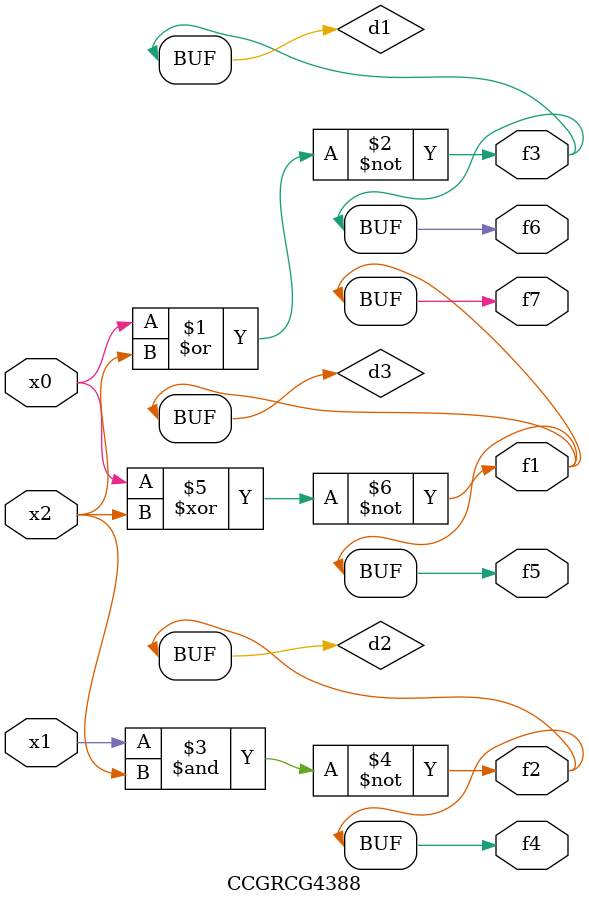
<source format=v>
module CCGRCG4388(
	input x0, x1, x2,
	output f1, f2, f3, f4, f5, f6, f7
);

	wire d1, d2, d3;

	nor (d1, x0, x2);
	nand (d2, x1, x2);
	xnor (d3, x0, x2);
	assign f1 = d3;
	assign f2 = d2;
	assign f3 = d1;
	assign f4 = d2;
	assign f5 = d3;
	assign f6 = d1;
	assign f7 = d3;
endmodule

</source>
